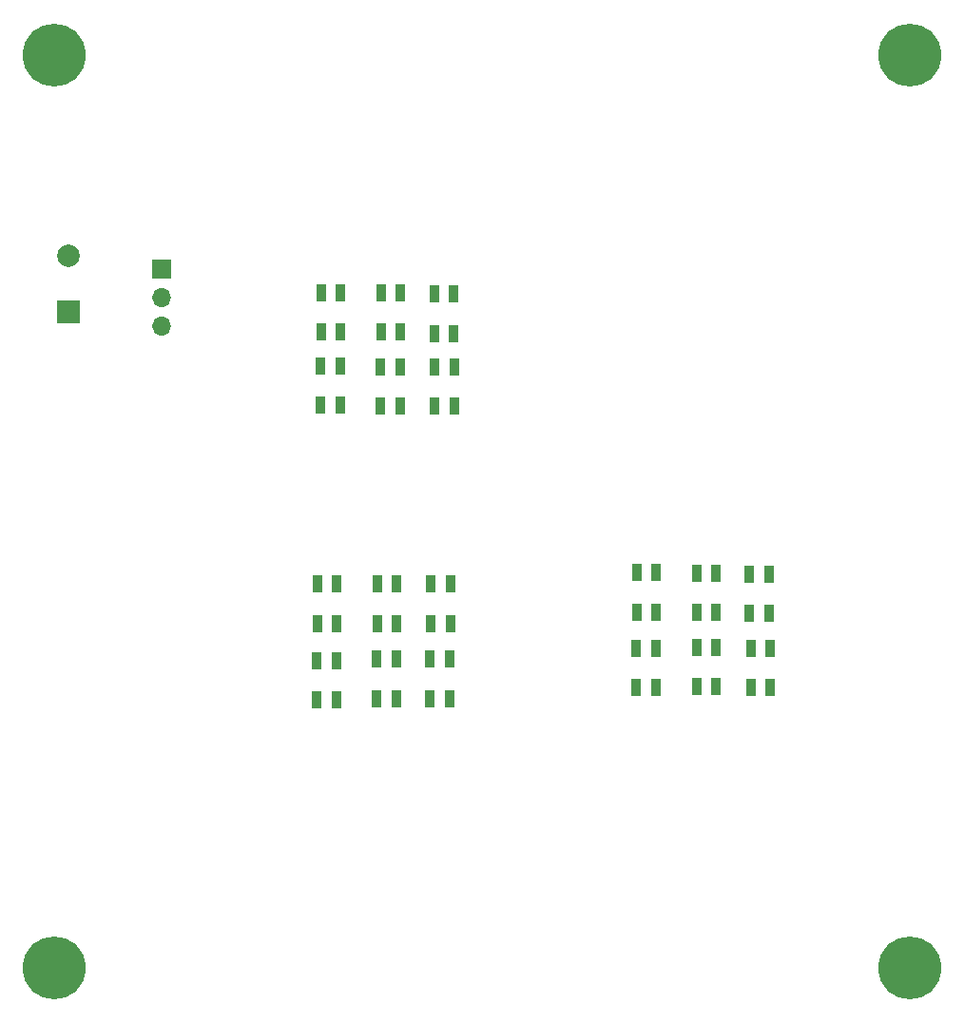
<source format=gbr>
%TF.GenerationSoftware,KiCad,Pcbnew,(5.1.10)-1*%
%TF.CreationDate,2023-02-12T14:12:42-06:00*%
%TF.ProjectId,neopixel_board,6e656f70-6978-4656-9c5f-626f6172642e,rev?*%
%TF.SameCoordinates,Original*%
%TF.FileFunction,Soldermask,Top*%
%TF.FilePolarity,Negative*%
%FSLAX46Y46*%
G04 Gerber Fmt 4.6, Leading zero omitted, Abs format (unit mm)*
G04 Created by KiCad (PCBNEW (5.1.10)-1) date 2023-02-12 14:12:42*
%MOMM*%
%LPD*%
G01*
G04 APERTURE LIST*
%ADD10C,5.600000*%
%ADD11C,3.600000*%
%ADD12C,2.000000*%
%ADD13R,2.000000X2.000000*%
%ADD14R,0.850000X1.600000*%
%ADD15O,1.700000X1.700000*%
%ADD16R,1.700000X1.700000*%
G04 APERTURE END LIST*
D10*
%TO.C,.*%
X154940000Y-124460000D03*
D11*
X154940000Y-124460000D03*
%TD*%
%TO.C,.*%
X154940000Y-43180000D03*
D10*
X154940000Y-43180000D03*
%TD*%
D11*
%TO.C,.*%
X78740000Y-124460000D03*
D10*
X78740000Y-124460000D03*
%TD*%
%TO.C,.*%
X78740000Y-43180000D03*
D11*
X78740000Y-43180000D03*
%TD*%
D12*
%TO.C,C1*%
X80010000Y-61040000D03*
D13*
X80010000Y-66040000D03*
%TD*%
D14*
%TO.C,D18*%
X142505400Y-95989200D03*
X140755400Y-95989200D03*
X142505400Y-99489200D03*
X140755400Y-99489200D03*
%TD*%
%TO.C,D12*%
X113955800Y-96954400D03*
X112205800Y-96954400D03*
X113955800Y-100454400D03*
X112205800Y-100454400D03*
%TD*%
%TO.C,D17*%
X137679400Y-95887600D03*
X135929400Y-95887600D03*
X137679400Y-99387600D03*
X135929400Y-99387600D03*
%TD*%
%TO.C,D11*%
X109180600Y-96954400D03*
X107430600Y-96954400D03*
X109180600Y-100454400D03*
X107430600Y-100454400D03*
%TD*%
%TO.C,D16*%
X132294600Y-95989200D03*
X130544600Y-95989200D03*
X132294600Y-99489200D03*
X130544600Y-99489200D03*
%TD*%
%TO.C,D10*%
X103846600Y-97056000D03*
X102096600Y-97056000D03*
X103846600Y-100556000D03*
X102096600Y-100556000D03*
%TD*%
%TO.C,D15*%
X142403800Y-89385200D03*
X140653800Y-89385200D03*
X142403800Y-92885200D03*
X140653800Y-92885200D03*
%TD*%
%TO.C,D9*%
X114006600Y-90248800D03*
X112256600Y-90248800D03*
X114006600Y-93748800D03*
X112256600Y-93748800D03*
%TD*%
%TO.C,D14*%
X137679400Y-89283600D03*
X135929400Y-89283600D03*
X137679400Y-92783600D03*
X135929400Y-92783600D03*
%TD*%
%TO.C,D8*%
X109231400Y-90248800D03*
X107481400Y-90248800D03*
X109231400Y-93748800D03*
X107481400Y-93748800D03*
%TD*%
%TO.C,D13*%
X132345400Y-89232800D03*
X130595400Y-89232800D03*
X132345400Y-92732800D03*
X130595400Y-92732800D03*
%TD*%
%TO.C,D7*%
X103897400Y-90248800D03*
X102147400Y-90248800D03*
X103897400Y-93748800D03*
X102147400Y-93748800D03*
%TD*%
%TO.C,D1*%
X104227600Y-64302700D03*
X102477600Y-64302700D03*
X104227600Y-67802700D03*
X102477600Y-67802700D03*
%TD*%
%TO.C,D2*%
X109561600Y-64290000D03*
X107811600Y-64290000D03*
X109561600Y-67790000D03*
X107811600Y-67790000D03*
%TD*%
%TO.C,D3*%
X114311400Y-64442400D03*
X112561400Y-64442400D03*
X114311400Y-67942400D03*
X112561400Y-67942400D03*
%TD*%
%TO.C,D6*%
X114362200Y-70894000D03*
X112612200Y-70894000D03*
X114362200Y-74394000D03*
X112612200Y-74394000D03*
%TD*%
%TO.C,D5*%
X109523500Y-70906700D03*
X107773500Y-70906700D03*
X109523500Y-74406700D03*
X107773500Y-74406700D03*
%TD*%
%TO.C,D4*%
X104189500Y-70855900D03*
X102439500Y-70855900D03*
X104189500Y-74355900D03*
X102439500Y-74355900D03*
%TD*%
D15*
%TO.C,J1*%
X88265000Y-67310000D03*
X88265000Y-64770000D03*
D16*
X88265000Y-62230000D03*
%TD*%
M02*

</source>
